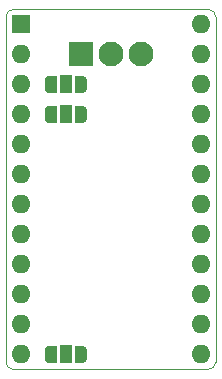
<source format=gbr>
%TF.GenerationSoftware,KiCad,Pcbnew,5.1.5+dfsg1-2~bpo10+1*%
%TF.CreationDate,Date%
%TF.ProjectId,ProMicro_BUS,50726f4d-6963-4726-9f5f-4255532e6b69,v1.2*%
%TF.SameCoordinates,Original*%
%TF.FileFunction,Soldermask,Bot*%
%TF.FilePolarity,Negative*%
%FSLAX45Y45*%
G04 Gerber Fmt 4.5, Leading zero omitted, Abs format (unit mm)*
G04 Created by KiCad*
%MOMM*%
%LPD*%
G04 APERTURE LIST*
%ADD10C,0.100000*%
%ADD11O,1.600000X1.600000*%
%ADD12R,1.600000X1.600000*%
%ADD13C,0.150000*%
%ADD14R,1.000000X1.500000*%
%ADD15C,2.100000*%
%ADD16R,2.100000X2.100000*%
G04 APERTURE END LIST*
D10*
X1651000Y63500D02*
X1651000Y-2857500D01*
X-127000Y-2857500D02*
X-127000Y63500D01*
X-63500Y-2921000D02*
G75*
G02X-127000Y-2857500I0J63500D01*
G01*
X1651000Y-2857500D02*
G75*
G02X1587500Y-2921000I-63500J0D01*
G01*
X1587500Y127000D02*
G75*
G02X1651000Y63500I0J-63500D01*
G01*
X-127000Y63500D02*
G75*
G02X-63500Y127000I63500J0D01*
G01*
X1587500Y-2921000D02*
X-63500Y-2921000D01*
X-63500Y127000D02*
X1587500Y127000D01*
D11*
X1524000Y0D03*
X1524000Y-254000D03*
X1524000Y-508000D03*
X0Y-2794000D03*
X1524000Y-762000D03*
X0Y-2540000D03*
X1524000Y-1016000D03*
X0Y-2286000D03*
X1524000Y-1270000D03*
X0Y-2032000D03*
X1524000Y-1524000D03*
X0Y-1778000D03*
X1524000Y-1778000D03*
X0Y-1524000D03*
X1524000Y-2032000D03*
X0Y-1270000D03*
X1524000Y-2286000D03*
X0Y-1016000D03*
X1524000Y-2540000D03*
X0Y-762000D03*
X1524000Y-2794000D03*
X0Y-508000D03*
X0Y-254000D03*
D12*
X0Y0D03*
D13*
G36*
X456000Y-2719000D02*
G01*
X511000Y-2719000D01*
X511000Y-2719060D01*
X513453Y-2719060D01*
X518336Y-2719541D01*
X523149Y-2720498D01*
X527845Y-2721923D01*
X532378Y-2723801D01*
X536705Y-2726114D01*
X540785Y-2728840D01*
X544578Y-2731952D01*
X548048Y-2735422D01*
X551160Y-2739215D01*
X553886Y-2743295D01*
X556200Y-2747622D01*
X558077Y-2752156D01*
X559502Y-2756851D01*
X560459Y-2761664D01*
X560940Y-2766547D01*
X560940Y-2769000D01*
X561000Y-2769000D01*
X561000Y-2819000D01*
X560940Y-2819000D01*
X560940Y-2821453D01*
X560459Y-2826336D01*
X559502Y-2831149D01*
X558077Y-2835844D01*
X556200Y-2840378D01*
X553886Y-2844705D01*
X551160Y-2848785D01*
X548048Y-2852578D01*
X544578Y-2856048D01*
X540785Y-2859160D01*
X536705Y-2861886D01*
X532378Y-2864199D01*
X527845Y-2866077D01*
X523149Y-2867502D01*
X518336Y-2868459D01*
X513453Y-2868940D01*
X511000Y-2868940D01*
X511000Y-2869000D01*
X456000Y-2869000D01*
X456000Y-2719000D01*
G37*
D14*
X381000Y-2794000D03*
D13*
G36*
X251000Y-2868940D02*
G01*
X248547Y-2868940D01*
X243663Y-2868459D01*
X238851Y-2867502D01*
X234155Y-2866077D01*
X229622Y-2864199D01*
X225295Y-2861886D01*
X221215Y-2859160D01*
X217422Y-2856048D01*
X213952Y-2852578D01*
X210840Y-2848785D01*
X208114Y-2844705D01*
X205800Y-2840378D01*
X203923Y-2835844D01*
X202498Y-2831149D01*
X201541Y-2826336D01*
X201060Y-2821453D01*
X201060Y-2819000D01*
X201000Y-2819000D01*
X201000Y-2769000D01*
X201060Y-2769000D01*
X201060Y-2766547D01*
X201541Y-2761664D01*
X202498Y-2756851D01*
X203923Y-2752156D01*
X205800Y-2747622D01*
X208114Y-2743295D01*
X210840Y-2739215D01*
X213952Y-2735422D01*
X217422Y-2731952D01*
X221215Y-2728840D01*
X225295Y-2726114D01*
X229622Y-2723801D01*
X234155Y-2721923D01*
X238851Y-2720498D01*
X243663Y-2719541D01*
X248547Y-2719060D01*
X251000Y-2719060D01*
X251000Y-2719000D01*
X306000Y-2719000D01*
X306000Y-2869000D01*
X251000Y-2869000D01*
X251000Y-2868940D01*
G37*
G36*
X306000Y-837000D02*
G01*
X251000Y-837000D01*
X251000Y-836940D01*
X248547Y-836940D01*
X243663Y-836459D01*
X238851Y-835502D01*
X234155Y-834077D01*
X229622Y-832199D01*
X225295Y-829886D01*
X221215Y-827160D01*
X217422Y-824048D01*
X213952Y-820578D01*
X210840Y-816785D01*
X208114Y-812705D01*
X205800Y-808378D01*
X203923Y-803844D01*
X202498Y-799149D01*
X201541Y-794336D01*
X201060Y-789453D01*
X201060Y-787000D01*
X201000Y-787000D01*
X201000Y-737000D01*
X201060Y-737000D01*
X201060Y-734547D01*
X201541Y-729663D01*
X202498Y-724851D01*
X203923Y-720155D01*
X205800Y-715622D01*
X208114Y-711295D01*
X210840Y-707215D01*
X213952Y-703422D01*
X217422Y-699952D01*
X221215Y-696840D01*
X225295Y-694114D01*
X229622Y-691801D01*
X234155Y-689923D01*
X238851Y-688498D01*
X243663Y-687541D01*
X248547Y-687060D01*
X251000Y-687060D01*
X251000Y-687000D01*
X306000Y-687000D01*
X306000Y-837000D01*
G37*
D14*
X381000Y-762000D03*
D13*
G36*
X511000Y-687060D02*
G01*
X513453Y-687060D01*
X518336Y-687541D01*
X523149Y-688498D01*
X527845Y-689923D01*
X532378Y-691801D01*
X536705Y-694114D01*
X540785Y-696840D01*
X544578Y-699952D01*
X548048Y-703422D01*
X551160Y-707215D01*
X553886Y-711295D01*
X556200Y-715622D01*
X558077Y-720155D01*
X559502Y-724851D01*
X560459Y-729663D01*
X560940Y-734547D01*
X560940Y-737000D01*
X561000Y-737000D01*
X561000Y-787000D01*
X560940Y-787000D01*
X560940Y-789453D01*
X560459Y-794336D01*
X559502Y-799149D01*
X558077Y-803844D01*
X556200Y-808378D01*
X553886Y-812705D01*
X551160Y-816785D01*
X548048Y-820578D01*
X544578Y-824048D01*
X540785Y-827160D01*
X536705Y-829886D01*
X532378Y-832199D01*
X527845Y-834077D01*
X523149Y-835502D01*
X518336Y-836459D01*
X513453Y-836940D01*
X511000Y-836940D01*
X511000Y-837000D01*
X456000Y-837000D01*
X456000Y-687000D01*
X511000Y-687000D01*
X511000Y-687060D01*
G37*
G36*
X456000Y-433000D02*
G01*
X511000Y-433000D01*
X511000Y-433060D01*
X513453Y-433060D01*
X518336Y-433541D01*
X523149Y-434498D01*
X527845Y-435923D01*
X532378Y-437800D01*
X536705Y-440114D01*
X540785Y-442840D01*
X544578Y-445952D01*
X548048Y-449422D01*
X551160Y-453215D01*
X553886Y-457295D01*
X556200Y-461622D01*
X558077Y-466155D01*
X559502Y-470851D01*
X560459Y-475663D01*
X560940Y-480547D01*
X560940Y-483000D01*
X561000Y-483000D01*
X561000Y-533000D01*
X560940Y-533000D01*
X560940Y-535453D01*
X560459Y-540337D01*
X559502Y-545149D01*
X558077Y-549845D01*
X556200Y-554378D01*
X553886Y-558705D01*
X551160Y-562785D01*
X548048Y-566578D01*
X544578Y-570048D01*
X540785Y-573160D01*
X536705Y-575886D01*
X532378Y-578200D01*
X527845Y-580077D01*
X523149Y-581502D01*
X518336Y-582459D01*
X513453Y-582940D01*
X511000Y-582940D01*
X511000Y-583000D01*
X456000Y-583000D01*
X456000Y-433000D01*
G37*
D14*
X381000Y-508000D03*
D13*
G36*
X251000Y-582940D02*
G01*
X248547Y-582940D01*
X243663Y-582459D01*
X238851Y-581502D01*
X234155Y-580077D01*
X229622Y-578200D01*
X225295Y-575886D01*
X221215Y-573160D01*
X217422Y-570048D01*
X213952Y-566578D01*
X210840Y-562785D01*
X208114Y-558705D01*
X205800Y-554378D01*
X203923Y-549845D01*
X202498Y-545149D01*
X201541Y-540337D01*
X201060Y-535453D01*
X201060Y-533000D01*
X201000Y-533000D01*
X201000Y-483000D01*
X201060Y-483000D01*
X201060Y-480547D01*
X201541Y-475663D01*
X202498Y-470851D01*
X203923Y-466155D01*
X205800Y-461622D01*
X208114Y-457295D01*
X210840Y-453215D01*
X213952Y-449422D01*
X217422Y-445952D01*
X221215Y-442840D01*
X225295Y-440114D01*
X229622Y-437800D01*
X234155Y-435923D01*
X238851Y-434498D01*
X243663Y-433541D01*
X248547Y-433060D01*
X251000Y-433060D01*
X251000Y-433000D01*
X306000Y-433000D01*
X306000Y-583000D01*
X251000Y-583000D01*
X251000Y-582940D01*
G37*
D15*
X1016000Y-254000D03*
X762000Y-254000D03*
D16*
X508000Y-254000D03*
M02*

</source>
